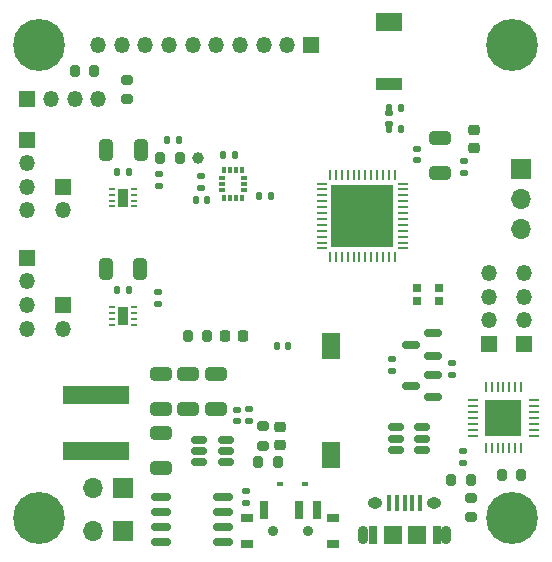
<source format=gts>
%TF.GenerationSoftware,KiCad,Pcbnew,(6.0.6)*%
%TF.CreationDate,2022-07-17T19:58:46+03:00*%
%TF.ProjectId,Kontroller ESP,4b6f6e74-726f-46c6-9c65-72204553502e,rev?*%
%TF.SameCoordinates,Original*%
%TF.FileFunction,Soldermask,Top*%
%TF.FilePolarity,Negative*%
%FSLAX46Y46*%
G04 Gerber Fmt 4.6, Leading zero omitted, Abs format (unit mm)*
G04 Created by KiCad (PCBNEW (6.0.6)) date 2022-07-17 19:58:46*
%MOMM*%
%LPD*%
G01*
G04 APERTURE LIST*
G04 Aperture macros list*
%AMRoundRect*
0 Rectangle with rounded corners*
0 $1 Rounding radius*
0 $2 $3 $4 $5 $6 $7 $8 $9 X,Y pos of 4 corners*
0 Add a 4 corners polygon primitive as box body*
4,1,4,$2,$3,$4,$5,$6,$7,$8,$9,$2,$3,0*
0 Add four circle primitives for the rounded corners*
1,1,$1+$1,$2,$3*
1,1,$1+$1,$4,$5*
1,1,$1+$1,$6,$7*
1,1,$1+$1,$8,$9*
0 Add four rect primitives between the rounded corners*
20,1,$1+$1,$2,$3,$4,$5,0*
20,1,$1+$1,$4,$5,$6,$7,0*
20,1,$1+$1,$6,$7,$8,$9,0*
20,1,$1+$1,$8,$9,$2,$3,0*%
G04 Aperture macros list end*
%ADD10R,0.400000X1.350000*%
%ADD11O,0.890000X1.550000*%
%ADD12R,1.500000X1.550000*%
%ADD13O,1.250000X0.950000*%
%ADD14R,0.800000X1.550000*%
%ADD15R,5.300000X5.300000*%
%ADD16RoundRect,0.062500X-0.337500X0.062500X-0.337500X-0.062500X0.337500X-0.062500X0.337500X0.062500X0*%
%ADD17RoundRect,0.062500X-0.062500X0.337500X-0.062500X-0.337500X0.062500X-0.337500X0.062500X0.337500X0*%
%ADD18RoundRect,0.135000X-0.135000X-0.185000X0.135000X-0.185000X0.135000X0.185000X-0.135000X0.185000X0*%
%ADD19R,2.300000X1.500000*%
%ADD20R,2.300000X1.000000*%
%ADD21RoundRect,0.250000X0.650000X-0.325000X0.650000X0.325000X-0.650000X0.325000X-0.650000X-0.325000X0*%
%ADD22RoundRect,0.150000X0.675000X0.150000X-0.675000X0.150000X-0.675000X-0.150000X0.675000X-0.150000X0*%
%ADD23RoundRect,0.135000X0.185000X-0.135000X0.185000X0.135000X-0.185000X0.135000X-0.185000X-0.135000X0*%
%ADD24R,0.700000X0.700000*%
%ADD25R,0.900000X1.600000*%
%ADD26R,0.500000X0.250000*%
%ADD27R,0.700000X1.500000*%
%ADD28R,1.000000X0.800000*%
%ADD29C,0.900000*%
%ADD30C,4.400000*%
%ADD31C,0.700000*%
%ADD32R,0.900000X0.254000*%
%ADD33R,0.254000X0.900000*%
%ADD34R,3.100000X3.100000*%
%ADD35RoundRect,0.218750X0.218750X0.256250X-0.218750X0.256250X-0.218750X-0.256250X0.218750X-0.256250X0*%
%ADD36RoundRect,0.140000X0.170000X-0.140000X0.170000X0.140000X-0.170000X0.140000X-0.170000X-0.140000X0*%
%ADD37RoundRect,0.200000X0.200000X0.275000X-0.200000X0.275000X-0.200000X-0.275000X0.200000X-0.275000X0*%
%ADD38R,1.350000X1.350000*%
%ADD39O,1.350000X1.350000*%
%ADD40RoundRect,0.135000X0.135000X0.185000X-0.135000X0.185000X-0.135000X-0.185000X0.135000X-0.185000X0*%
%ADD41RoundRect,0.140000X0.140000X0.170000X-0.140000X0.170000X-0.140000X-0.170000X0.140000X-0.170000X0*%
%ADD42RoundRect,0.250000X-0.325000X-0.650000X0.325000X-0.650000X0.325000X0.650000X-0.325000X0.650000X0*%
%ADD43R,1.700000X1.700000*%
%ADD44O,1.700000X1.700000*%
%ADD45RoundRect,0.140000X-0.140000X-0.170000X0.140000X-0.170000X0.140000X0.170000X-0.140000X0.170000X0*%
%ADD46RoundRect,0.147500X0.172500X-0.147500X0.172500X0.147500X-0.172500X0.147500X-0.172500X-0.147500X0*%
%ADD47RoundRect,0.135000X-0.185000X0.135000X-0.185000X-0.135000X0.185000X-0.135000X0.185000X0.135000X0*%
%ADD48R,5.700000X1.600000*%
%ADD49RoundRect,0.150000X0.512500X0.150000X-0.512500X0.150000X-0.512500X-0.150000X0.512500X-0.150000X0*%
%ADD50RoundRect,0.250000X-0.650000X0.325000X-0.650000X-0.325000X0.650000X-0.325000X0.650000X0.325000X0*%
%ADD51RoundRect,0.225000X0.250000X-0.225000X0.250000X0.225000X-0.250000X0.225000X-0.250000X-0.225000X0*%
%ADD52RoundRect,0.200000X-0.200000X-0.275000X0.200000X-0.275000X0.200000X0.275000X-0.200000X0.275000X0*%
%ADD53R,0.350000X0.580000*%
%ADD54R,0.580000X0.350000*%
%ADD55RoundRect,0.200000X0.275000X-0.200000X0.275000X0.200000X-0.275000X0.200000X-0.275000X-0.200000X0*%
%ADD56RoundRect,0.150000X0.587500X0.150000X-0.587500X0.150000X-0.587500X-0.150000X0.587500X-0.150000X0*%
%ADD57RoundRect,0.225000X-0.250000X0.225000X-0.250000X-0.225000X0.250000X-0.225000X0.250000X0.225000X0*%
%ADD58R,1.600000X2.180000*%
%ADD59RoundRect,0.150000X-0.512500X-0.150000X0.512500X-0.150000X0.512500X0.150000X-0.512500X0.150000X0*%
%ADD60R,0.600000X0.450000*%
%ADD61C,1.000000*%
G04 APERTURE END LIST*
D10*
X162650000Y-127800000D03*
X163300000Y-127800000D03*
X163950000Y-127800000D03*
X164600000Y-127800000D03*
X165250000Y-127800000D03*
D11*
X160450000Y-130500000D03*
D12*
X164950000Y-130500000D03*
D13*
X166450000Y-127800000D03*
D14*
X161250000Y-130500000D03*
X166650000Y-130500000D03*
D13*
X161450000Y-127800000D03*
D11*
X167450000Y-130500000D03*
D12*
X162950000Y-130500000D03*
D15*
X160370000Y-103470000D03*
D16*
X163820000Y-100720000D03*
X163820000Y-101220000D03*
X163820000Y-101720000D03*
X163820000Y-102220000D03*
X163820000Y-102720000D03*
X163820000Y-103220000D03*
X163820000Y-103720000D03*
X163820000Y-104220000D03*
X163820000Y-104720000D03*
X163820000Y-105220000D03*
X163820000Y-105720000D03*
X163820000Y-106220000D03*
D17*
X163120000Y-106920000D03*
X162620000Y-106920000D03*
X162120000Y-106920000D03*
X161620000Y-106920000D03*
X161120000Y-106920000D03*
X160620000Y-106920000D03*
X160120000Y-106920000D03*
X159620000Y-106920000D03*
X159120000Y-106920000D03*
X158620000Y-106920000D03*
X158120000Y-106920000D03*
X157620000Y-106920000D03*
D16*
X156920000Y-106220000D03*
X156920000Y-105720000D03*
X156920000Y-105220000D03*
X156920000Y-104720000D03*
X156920000Y-104220000D03*
X156920000Y-103720000D03*
X156920000Y-103220000D03*
X156920000Y-102720000D03*
X156920000Y-102220000D03*
X156920000Y-101720000D03*
X156920000Y-101220000D03*
X156920000Y-100720000D03*
D17*
X157620000Y-100020000D03*
X158120000Y-100020000D03*
X158620000Y-100020000D03*
X159120000Y-100020000D03*
X159620000Y-100020000D03*
X160120000Y-100020000D03*
X160620000Y-100020000D03*
X161120000Y-100020000D03*
X161620000Y-100020000D03*
X162120000Y-100020000D03*
X162620000Y-100020000D03*
X163120000Y-100020000D03*
D18*
X162620000Y-96140000D03*
X163640000Y-96140000D03*
D19*
X162610000Y-87080000D03*
D20*
X162610000Y-92330000D03*
D21*
X145640000Y-119825000D03*
X145640000Y-116875000D03*
D22*
X148595000Y-131105000D03*
X148595000Y-129835000D03*
X148595000Y-128565000D03*
X148595000Y-127295000D03*
X143345000Y-127295000D03*
X143345000Y-128565000D03*
X143345000Y-129835000D03*
X143345000Y-131105000D03*
D23*
X162840000Y-116600000D03*
X162840000Y-115580000D03*
D24*
X164985000Y-110670000D03*
X166815000Y-110670000D03*
X166815000Y-109570000D03*
X164985000Y-109570000D03*
D25*
X140100000Y-111920000D03*
D26*
X141050000Y-111170000D03*
X141050000Y-111670000D03*
X141050000Y-112170000D03*
X141050000Y-112670000D03*
X139150000Y-112670000D03*
X139150000Y-112170000D03*
X139150000Y-111670000D03*
X139150000Y-111170000D03*
D27*
X156510000Y-128370000D03*
X155010000Y-128370000D03*
X152010000Y-128370000D03*
D28*
X150610000Y-129020000D03*
X150610000Y-131230000D03*
D29*
X155760000Y-130130000D03*
X152760000Y-130130000D03*
D28*
X157910000Y-129020000D03*
X157910000Y-131230000D03*
D30*
X133000000Y-89000000D03*
D31*
X133000000Y-90650000D03*
X133000000Y-87350000D03*
X134650000Y-89000000D03*
X131833274Y-90166726D03*
X131350000Y-89000000D03*
X134166726Y-87833274D03*
X131833274Y-87833274D03*
X134166726Y-90166726D03*
D32*
X169720000Y-119060000D03*
X169720000Y-119560000D03*
X169720000Y-120060000D03*
X169720000Y-120560000D03*
X169720000Y-121060000D03*
X169720000Y-121560000D03*
X169720000Y-122060000D03*
D33*
X170810000Y-123150000D03*
X171310000Y-123150000D03*
X171810000Y-123150000D03*
X172310000Y-123150000D03*
X172810000Y-123150000D03*
X173310000Y-123150000D03*
X173810000Y-123150000D03*
D32*
X174900000Y-122060000D03*
X174900000Y-121560000D03*
X174900000Y-121060000D03*
X174900000Y-120560000D03*
X174900000Y-120060000D03*
X174900000Y-119560000D03*
X174900000Y-119060000D03*
D33*
X173810000Y-117970000D03*
X173310000Y-117970000D03*
X172810000Y-117970000D03*
X172310000Y-117970000D03*
X171810000Y-117970000D03*
X171310000Y-117970000D03*
X170810000Y-117970000D03*
D34*
X172310000Y-120560000D03*
D35*
X150287500Y-113650000D03*
X148712500Y-113650000D03*
D36*
X143100000Y-110900000D03*
X143100000Y-109940000D03*
D37*
X137645000Y-91230000D03*
X135995000Y-91230000D03*
D36*
X164950000Y-98730000D03*
X164950000Y-97770000D03*
D38*
X171060000Y-114290000D03*
D39*
X171060000Y-112290000D03*
X171060000Y-110290000D03*
X171060000Y-108290000D03*
D40*
X144880000Y-97050000D03*
X143860000Y-97050000D03*
D38*
X174060000Y-114290000D03*
D39*
X174060000Y-112290000D03*
X174060000Y-110290000D03*
X174060000Y-108290000D03*
D25*
X140110000Y-101910000D03*
D26*
X141060000Y-101160000D03*
X141060000Y-101660000D03*
X141060000Y-102160000D03*
X141060000Y-102660000D03*
X139160000Y-102660000D03*
X139160000Y-102160000D03*
X139160000Y-101660000D03*
X139160000Y-101160000D03*
D37*
X169535000Y-125800000D03*
X167885000Y-125800000D03*
D38*
X132000000Y-97000000D03*
D39*
X132000000Y-99000000D03*
X132000000Y-101000000D03*
X132000000Y-103000000D03*
D38*
X156000000Y-89000000D03*
D39*
X154000000Y-89000000D03*
X152000000Y-89000000D03*
X150000000Y-89000000D03*
X148000000Y-89000000D03*
X146000000Y-89000000D03*
X144000000Y-89000000D03*
X142000000Y-89000000D03*
X140000000Y-89000000D03*
X138000000Y-89000000D03*
D36*
X168910000Y-124350000D03*
X168910000Y-123390000D03*
D41*
X154070000Y-114510000D03*
X153110000Y-114510000D03*
D42*
X138625000Y-107920000D03*
X141575000Y-107920000D03*
D38*
X132000000Y-107000000D03*
D39*
X132000000Y-109000000D03*
X132000000Y-111000000D03*
X132000000Y-113000000D03*
D43*
X140140000Y-130100000D03*
D44*
X137600000Y-130100000D03*
D45*
X146240000Y-102090000D03*
X147200000Y-102090000D03*
D46*
X162610000Y-95705000D03*
X162610000Y-94735000D03*
D31*
X134166726Y-127833274D03*
X134650000Y-129000000D03*
X131350000Y-129000000D03*
D30*
X133000000Y-129000000D03*
D31*
X133000000Y-127350000D03*
X131833274Y-130166726D03*
X133000000Y-130650000D03*
X131833274Y-127833274D03*
X134166726Y-130166726D03*
D47*
X167990000Y-115900000D03*
X167990000Y-116920000D03*
D48*
X137850000Y-123350000D03*
X137850000Y-118650000D03*
D18*
X148550000Y-98300000D03*
X149570000Y-98300000D03*
D49*
X165447500Y-123270000D03*
X165447500Y-122320000D03*
X165447500Y-121370000D03*
X163172500Y-121370000D03*
X163172500Y-122320000D03*
X163172500Y-123270000D03*
D21*
X143330000Y-119825000D03*
X143330000Y-116875000D03*
D37*
X147235000Y-113650000D03*
X145585000Y-113650000D03*
D38*
X135000000Y-101000000D03*
D39*
X135000000Y-103000000D03*
D47*
X150510000Y-126790000D03*
X150510000Y-127810000D03*
D18*
X151600000Y-101760000D03*
X152620000Y-101760000D03*
D31*
X171833274Y-130166726D03*
X173000000Y-127350000D03*
X174650000Y-129000000D03*
X171350000Y-129000000D03*
X173000000Y-130650000D03*
X174166726Y-130166726D03*
D30*
X173000000Y-129000000D03*
D31*
X171833274Y-127833274D03*
X174166726Y-127833274D03*
D50*
X143330000Y-121875000D03*
X143330000Y-124825000D03*
D51*
X169810000Y-97695000D03*
X169810000Y-96145000D03*
D36*
X149750000Y-120860000D03*
X149750000Y-119900000D03*
D52*
X172175000Y-125380000D03*
X173825000Y-125380000D03*
X143245000Y-98560000D03*
X144895000Y-98560000D03*
D53*
X150180000Y-99615000D03*
X149680000Y-99615000D03*
X149180000Y-99615000D03*
X148680000Y-99615000D03*
D54*
X148505000Y-100290000D03*
X148505000Y-100790000D03*
X148505000Y-101290000D03*
D53*
X148680000Y-101965000D03*
X149180000Y-101965000D03*
X149680000Y-101965000D03*
X150180000Y-101965000D03*
D54*
X150355000Y-101290000D03*
X150355000Y-100790000D03*
X150355000Y-100290000D03*
D37*
X153195000Y-124300000D03*
X151545000Y-124300000D03*
D55*
X169530000Y-128955000D03*
X169530000Y-127305000D03*
D21*
X147950000Y-119825000D03*
X147950000Y-116875000D03*
D36*
X146740000Y-101070000D03*
X146740000Y-100110000D03*
D31*
X171833274Y-87833274D03*
X174650000Y-89000000D03*
X171833274Y-90166726D03*
X174166726Y-90166726D03*
X173000000Y-87350000D03*
D30*
X173000000Y-89000000D03*
D31*
X173000000Y-90650000D03*
X171350000Y-89000000D03*
X174166726Y-87833274D03*
D38*
X135000000Y-111000000D03*
D39*
X135000000Y-113000000D03*
D21*
X166920000Y-99855000D03*
X166920000Y-96905000D03*
D56*
X166357500Y-118820000D03*
X166357500Y-116920000D03*
X164482500Y-117870000D03*
D57*
X153390000Y-121305000D03*
X153390000Y-122855000D03*
D58*
X157700000Y-123680000D03*
X157700000Y-114500000D03*
D36*
X143110000Y-100890000D03*
X143110000Y-99930000D03*
D47*
X169000000Y-98840000D03*
X169000000Y-99860000D03*
D40*
X163630000Y-94350000D03*
X162610000Y-94350000D03*
D59*
X146552500Y-122400000D03*
X146552500Y-123350000D03*
X146552500Y-124300000D03*
X148827500Y-124300000D03*
X148827500Y-123350000D03*
X148827500Y-122400000D03*
D43*
X173760000Y-99495000D03*
D44*
X173760000Y-102035000D03*
X173760000Y-104575000D03*
D42*
X138635000Y-97910000D03*
X141585000Y-97910000D03*
D43*
X140135000Y-126480000D03*
D44*
X137595000Y-126480000D03*
D56*
X166347500Y-115310000D03*
X166347500Y-113410000D03*
X164472500Y-114360000D03*
D55*
X140440000Y-93565000D03*
X140440000Y-91915000D03*
D60*
X153400000Y-126190000D03*
X155500000Y-126190000D03*
D45*
X139620000Y-109720000D03*
X140580000Y-109720000D03*
D38*
X132000000Y-93560000D03*
D39*
X134000000Y-93560000D03*
X136000000Y-93560000D03*
X138000000Y-93560000D03*
D45*
X139630000Y-99710000D03*
X140590000Y-99710000D03*
D55*
X151940000Y-122915000D03*
X151940000Y-121265000D03*
D61*
X146450000Y-98560000D03*
D23*
X150800000Y-120860000D03*
X150800000Y-119840000D03*
M02*

</source>
